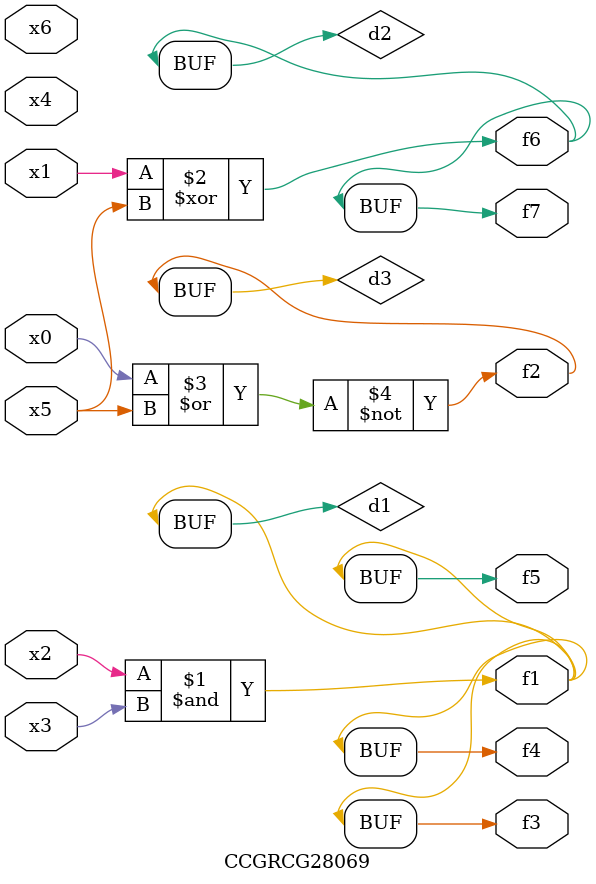
<source format=v>
module CCGRCG28069(
	input x0, x1, x2, x3, x4, x5, x6,
	output f1, f2, f3, f4, f5, f6, f7
);

	wire d1, d2, d3;

	and (d1, x2, x3);
	xor (d2, x1, x5);
	nor (d3, x0, x5);
	assign f1 = d1;
	assign f2 = d3;
	assign f3 = d1;
	assign f4 = d1;
	assign f5 = d1;
	assign f6 = d2;
	assign f7 = d2;
endmodule

</source>
